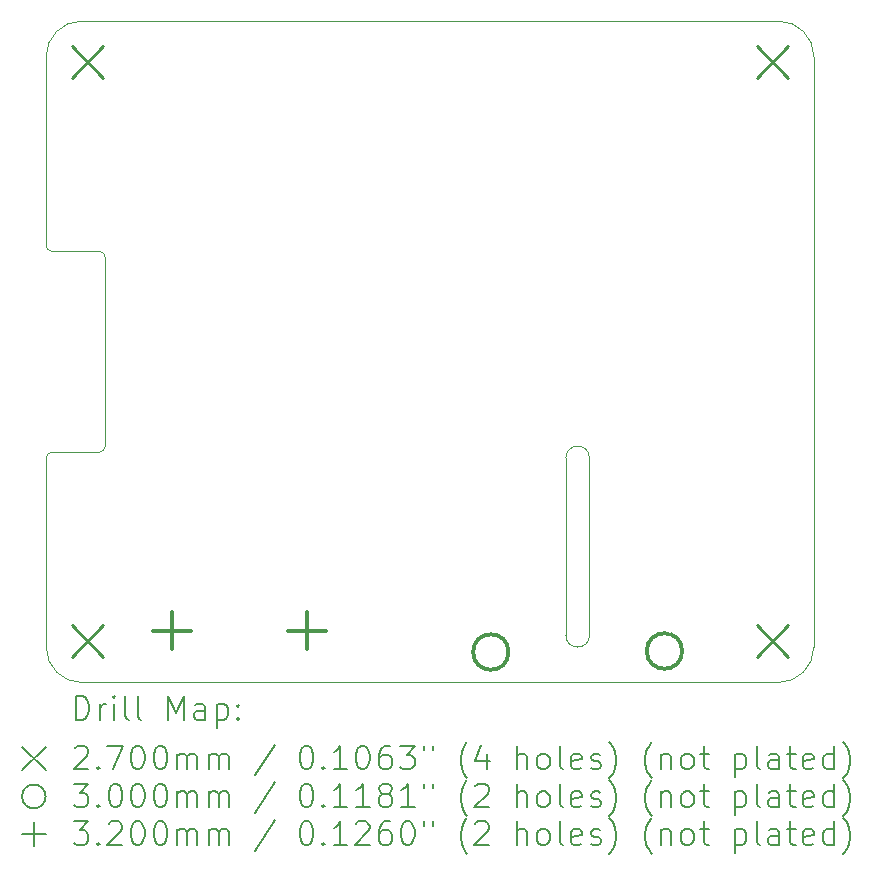
<source format=gbr>
%TF.GenerationSoftware,KiCad,Pcbnew,6.0.7*%
%TF.CreationDate,2022-09-24T12:04:23-05:00*%
%TF.ProjectId,pi-hat,70692d68-6174-42e6-9b69-6361645f7063,rev?*%
%TF.SameCoordinates,Original*%
%TF.FileFunction,Drillmap*%
%TF.FilePolarity,Positive*%
%FSLAX45Y45*%
G04 Gerber Fmt 4.5, Leading zero omitted, Abs format (unit mm)*
G04 Created by KiCad (PCBNEW 6.0.7) date 2022-09-24 12:04:23*
%MOMM*%
%LPD*%
G01*
G04 APERTURE LIST*
%ADD10C,0.100000*%
%ADD11C,0.200000*%
%ADD12C,0.270000*%
%ADD13C,0.300000*%
%ADD14C,0.320000*%
G04 APERTURE END LIST*
D10*
X10000000Y-6300000D02*
G75*
G03*
X10050000Y-6350000I50000J0D01*
G01*
X16500000Y-4700000D02*
G75*
G03*
X16200000Y-4400000I-300000J0D01*
G01*
X16500000Y-9700000D02*
X16500000Y-4700000D01*
X10000000Y-4700000D02*
X10000000Y-6300000D01*
X14600000Y-8100000D02*
X14600000Y-9600000D01*
X14400000Y-9600000D02*
X14400000Y-8100000D01*
X10000000Y-9700000D02*
G75*
G03*
X10300000Y-10000000I300000J0D01*
G01*
X10300000Y-10000000D02*
X16200000Y-10000000D01*
X10450000Y-8050000D02*
X10049913Y-8050000D01*
X14600000Y-8100000D02*
G75*
G03*
X14400000Y-8100000I-100000J0D01*
G01*
X10049913Y-8050000D02*
G75*
G03*
X10000000Y-8100000I87J-50000D01*
G01*
X16200000Y-10000000D02*
G75*
G03*
X16500000Y-9700000I0J300000D01*
G01*
X10500000Y-6400000D02*
X10500000Y-8000000D01*
X10300000Y-4400000D02*
G75*
G03*
X10000000Y-4700000I0J-300000D01*
G01*
X14400000Y-9600000D02*
G75*
G03*
X14600000Y-9600000I100000J0D01*
G01*
X10000000Y-8100000D02*
X10000000Y-9700000D01*
X10050000Y-6350000D02*
X10450000Y-6350000D01*
X10450000Y-8050000D02*
G75*
G03*
X10500000Y-8000000I0J50000D01*
G01*
X10500000Y-6400000D02*
G75*
G03*
X10450000Y-6350000I-50000J0D01*
G01*
X16200000Y-4400000D02*
X10300000Y-4400000D01*
D11*
D12*
X10215000Y-4615000D02*
X10485000Y-4885000D01*
X10485000Y-4615000D02*
X10215000Y-4885000D01*
X10215000Y-9515000D02*
X10485000Y-9785000D01*
X10485000Y-9515000D02*
X10215000Y-9785000D01*
X16015000Y-4615000D02*
X16285000Y-4885000D01*
X16285000Y-4615000D02*
X16015000Y-4885000D01*
X16015000Y-9515000D02*
X16285000Y-9785000D01*
X16285000Y-9515000D02*
X16015000Y-9785000D01*
D13*
X13915000Y-9742000D02*
G75*
G03*
X13915000Y-9742000I-150000J0D01*
G01*
X15385000Y-9733500D02*
G75*
G03*
X15385000Y-9733500I-150000J0D01*
G01*
D14*
X11064750Y-9400000D02*
X11064750Y-9720000D01*
X10904750Y-9560000D02*
X11224750Y-9560000D01*
X12207750Y-9400000D02*
X12207750Y-9720000D01*
X12047750Y-9560000D02*
X12367750Y-9560000D01*
D11*
X10252619Y-10315476D02*
X10252619Y-10115476D01*
X10300238Y-10115476D01*
X10328810Y-10125000D01*
X10347857Y-10144048D01*
X10357381Y-10163095D01*
X10366905Y-10201190D01*
X10366905Y-10229762D01*
X10357381Y-10267857D01*
X10347857Y-10286905D01*
X10328810Y-10305952D01*
X10300238Y-10315476D01*
X10252619Y-10315476D01*
X10452619Y-10315476D02*
X10452619Y-10182143D01*
X10452619Y-10220238D02*
X10462143Y-10201190D01*
X10471667Y-10191667D01*
X10490714Y-10182143D01*
X10509762Y-10182143D01*
X10576429Y-10315476D02*
X10576429Y-10182143D01*
X10576429Y-10115476D02*
X10566905Y-10125000D01*
X10576429Y-10134524D01*
X10585952Y-10125000D01*
X10576429Y-10115476D01*
X10576429Y-10134524D01*
X10700238Y-10315476D02*
X10681190Y-10305952D01*
X10671667Y-10286905D01*
X10671667Y-10115476D01*
X10805000Y-10315476D02*
X10785952Y-10305952D01*
X10776429Y-10286905D01*
X10776429Y-10115476D01*
X11033571Y-10315476D02*
X11033571Y-10115476D01*
X11100238Y-10258333D01*
X11166905Y-10115476D01*
X11166905Y-10315476D01*
X11347857Y-10315476D02*
X11347857Y-10210714D01*
X11338333Y-10191667D01*
X11319286Y-10182143D01*
X11281190Y-10182143D01*
X11262143Y-10191667D01*
X11347857Y-10305952D02*
X11328809Y-10315476D01*
X11281190Y-10315476D01*
X11262143Y-10305952D01*
X11252619Y-10286905D01*
X11252619Y-10267857D01*
X11262143Y-10248810D01*
X11281190Y-10239286D01*
X11328809Y-10239286D01*
X11347857Y-10229762D01*
X11443095Y-10182143D02*
X11443095Y-10382143D01*
X11443095Y-10191667D02*
X11462143Y-10182143D01*
X11500238Y-10182143D01*
X11519286Y-10191667D01*
X11528809Y-10201190D01*
X11538333Y-10220238D01*
X11538333Y-10277381D01*
X11528809Y-10296429D01*
X11519286Y-10305952D01*
X11500238Y-10315476D01*
X11462143Y-10315476D01*
X11443095Y-10305952D01*
X11624048Y-10296429D02*
X11633571Y-10305952D01*
X11624048Y-10315476D01*
X11614524Y-10305952D01*
X11624048Y-10296429D01*
X11624048Y-10315476D01*
X11624048Y-10191667D02*
X11633571Y-10201190D01*
X11624048Y-10210714D01*
X11614524Y-10201190D01*
X11624048Y-10191667D01*
X11624048Y-10210714D01*
X9795000Y-10545000D02*
X9995000Y-10745000D01*
X9995000Y-10545000D02*
X9795000Y-10745000D01*
X10243095Y-10554524D02*
X10252619Y-10545000D01*
X10271667Y-10535476D01*
X10319286Y-10535476D01*
X10338333Y-10545000D01*
X10347857Y-10554524D01*
X10357381Y-10573571D01*
X10357381Y-10592619D01*
X10347857Y-10621190D01*
X10233571Y-10735476D01*
X10357381Y-10735476D01*
X10443095Y-10716429D02*
X10452619Y-10725952D01*
X10443095Y-10735476D01*
X10433571Y-10725952D01*
X10443095Y-10716429D01*
X10443095Y-10735476D01*
X10519286Y-10535476D02*
X10652619Y-10535476D01*
X10566905Y-10735476D01*
X10766905Y-10535476D02*
X10785952Y-10535476D01*
X10805000Y-10545000D01*
X10814524Y-10554524D01*
X10824048Y-10573571D01*
X10833571Y-10611667D01*
X10833571Y-10659286D01*
X10824048Y-10697381D01*
X10814524Y-10716429D01*
X10805000Y-10725952D01*
X10785952Y-10735476D01*
X10766905Y-10735476D01*
X10747857Y-10725952D01*
X10738333Y-10716429D01*
X10728810Y-10697381D01*
X10719286Y-10659286D01*
X10719286Y-10611667D01*
X10728810Y-10573571D01*
X10738333Y-10554524D01*
X10747857Y-10545000D01*
X10766905Y-10535476D01*
X10957381Y-10535476D02*
X10976429Y-10535476D01*
X10995476Y-10545000D01*
X11005000Y-10554524D01*
X11014524Y-10573571D01*
X11024048Y-10611667D01*
X11024048Y-10659286D01*
X11014524Y-10697381D01*
X11005000Y-10716429D01*
X10995476Y-10725952D01*
X10976429Y-10735476D01*
X10957381Y-10735476D01*
X10938333Y-10725952D01*
X10928810Y-10716429D01*
X10919286Y-10697381D01*
X10909762Y-10659286D01*
X10909762Y-10611667D01*
X10919286Y-10573571D01*
X10928810Y-10554524D01*
X10938333Y-10545000D01*
X10957381Y-10535476D01*
X11109762Y-10735476D02*
X11109762Y-10602143D01*
X11109762Y-10621190D02*
X11119286Y-10611667D01*
X11138333Y-10602143D01*
X11166905Y-10602143D01*
X11185952Y-10611667D01*
X11195476Y-10630714D01*
X11195476Y-10735476D01*
X11195476Y-10630714D02*
X11205000Y-10611667D01*
X11224048Y-10602143D01*
X11252619Y-10602143D01*
X11271667Y-10611667D01*
X11281190Y-10630714D01*
X11281190Y-10735476D01*
X11376428Y-10735476D02*
X11376428Y-10602143D01*
X11376428Y-10621190D02*
X11385952Y-10611667D01*
X11405000Y-10602143D01*
X11433571Y-10602143D01*
X11452619Y-10611667D01*
X11462143Y-10630714D01*
X11462143Y-10735476D01*
X11462143Y-10630714D02*
X11471667Y-10611667D01*
X11490714Y-10602143D01*
X11519286Y-10602143D01*
X11538333Y-10611667D01*
X11547857Y-10630714D01*
X11547857Y-10735476D01*
X11938333Y-10525952D02*
X11766905Y-10783095D01*
X12195476Y-10535476D02*
X12214524Y-10535476D01*
X12233571Y-10545000D01*
X12243095Y-10554524D01*
X12252619Y-10573571D01*
X12262143Y-10611667D01*
X12262143Y-10659286D01*
X12252619Y-10697381D01*
X12243095Y-10716429D01*
X12233571Y-10725952D01*
X12214524Y-10735476D01*
X12195476Y-10735476D01*
X12176428Y-10725952D01*
X12166905Y-10716429D01*
X12157381Y-10697381D01*
X12147857Y-10659286D01*
X12147857Y-10611667D01*
X12157381Y-10573571D01*
X12166905Y-10554524D01*
X12176428Y-10545000D01*
X12195476Y-10535476D01*
X12347857Y-10716429D02*
X12357381Y-10725952D01*
X12347857Y-10735476D01*
X12338333Y-10725952D01*
X12347857Y-10716429D01*
X12347857Y-10735476D01*
X12547857Y-10735476D02*
X12433571Y-10735476D01*
X12490714Y-10735476D02*
X12490714Y-10535476D01*
X12471667Y-10564048D01*
X12452619Y-10583095D01*
X12433571Y-10592619D01*
X12671667Y-10535476D02*
X12690714Y-10535476D01*
X12709762Y-10545000D01*
X12719286Y-10554524D01*
X12728809Y-10573571D01*
X12738333Y-10611667D01*
X12738333Y-10659286D01*
X12728809Y-10697381D01*
X12719286Y-10716429D01*
X12709762Y-10725952D01*
X12690714Y-10735476D01*
X12671667Y-10735476D01*
X12652619Y-10725952D01*
X12643095Y-10716429D01*
X12633571Y-10697381D01*
X12624048Y-10659286D01*
X12624048Y-10611667D01*
X12633571Y-10573571D01*
X12643095Y-10554524D01*
X12652619Y-10545000D01*
X12671667Y-10535476D01*
X12909762Y-10535476D02*
X12871667Y-10535476D01*
X12852619Y-10545000D01*
X12843095Y-10554524D01*
X12824048Y-10583095D01*
X12814524Y-10621190D01*
X12814524Y-10697381D01*
X12824048Y-10716429D01*
X12833571Y-10725952D01*
X12852619Y-10735476D01*
X12890714Y-10735476D01*
X12909762Y-10725952D01*
X12919286Y-10716429D01*
X12928809Y-10697381D01*
X12928809Y-10649762D01*
X12919286Y-10630714D01*
X12909762Y-10621190D01*
X12890714Y-10611667D01*
X12852619Y-10611667D01*
X12833571Y-10621190D01*
X12824048Y-10630714D01*
X12814524Y-10649762D01*
X12995476Y-10535476D02*
X13119286Y-10535476D01*
X13052619Y-10611667D01*
X13081190Y-10611667D01*
X13100238Y-10621190D01*
X13109762Y-10630714D01*
X13119286Y-10649762D01*
X13119286Y-10697381D01*
X13109762Y-10716429D01*
X13100238Y-10725952D01*
X13081190Y-10735476D01*
X13024048Y-10735476D01*
X13005000Y-10725952D01*
X12995476Y-10716429D01*
X13195476Y-10535476D02*
X13195476Y-10573571D01*
X13271667Y-10535476D02*
X13271667Y-10573571D01*
X13566905Y-10811667D02*
X13557381Y-10802143D01*
X13538333Y-10773571D01*
X13528809Y-10754524D01*
X13519286Y-10725952D01*
X13509762Y-10678333D01*
X13509762Y-10640238D01*
X13519286Y-10592619D01*
X13528809Y-10564048D01*
X13538333Y-10545000D01*
X13557381Y-10516429D01*
X13566905Y-10506905D01*
X13728809Y-10602143D02*
X13728809Y-10735476D01*
X13681190Y-10525952D02*
X13633571Y-10668810D01*
X13757381Y-10668810D01*
X13985952Y-10735476D02*
X13985952Y-10535476D01*
X14071667Y-10735476D02*
X14071667Y-10630714D01*
X14062143Y-10611667D01*
X14043095Y-10602143D01*
X14014524Y-10602143D01*
X13995476Y-10611667D01*
X13985952Y-10621190D01*
X14195476Y-10735476D02*
X14176428Y-10725952D01*
X14166905Y-10716429D01*
X14157381Y-10697381D01*
X14157381Y-10640238D01*
X14166905Y-10621190D01*
X14176428Y-10611667D01*
X14195476Y-10602143D01*
X14224048Y-10602143D01*
X14243095Y-10611667D01*
X14252619Y-10621190D01*
X14262143Y-10640238D01*
X14262143Y-10697381D01*
X14252619Y-10716429D01*
X14243095Y-10725952D01*
X14224048Y-10735476D01*
X14195476Y-10735476D01*
X14376428Y-10735476D02*
X14357381Y-10725952D01*
X14347857Y-10706905D01*
X14347857Y-10535476D01*
X14528809Y-10725952D02*
X14509762Y-10735476D01*
X14471667Y-10735476D01*
X14452619Y-10725952D01*
X14443095Y-10706905D01*
X14443095Y-10630714D01*
X14452619Y-10611667D01*
X14471667Y-10602143D01*
X14509762Y-10602143D01*
X14528809Y-10611667D01*
X14538333Y-10630714D01*
X14538333Y-10649762D01*
X14443095Y-10668810D01*
X14614524Y-10725952D02*
X14633571Y-10735476D01*
X14671667Y-10735476D01*
X14690714Y-10725952D01*
X14700238Y-10706905D01*
X14700238Y-10697381D01*
X14690714Y-10678333D01*
X14671667Y-10668810D01*
X14643095Y-10668810D01*
X14624048Y-10659286D01*
X14614524Y-10640238D01*
X14614524Y-10630714D01*
X14624048Y-10611667D01*
X14643095Y-10602143D01*
X14671667Y-10602143D01*
X14690714Y-10611667D01*
X14766905Y-10811667D02*
X14776428Y-10802143D01*
X14795476Y-10773571D01*
X14805000Y-10754524D01*
X14814524Y-10725952D01*
X14824048Y-10678333D01*
X14824048Y-10640238D01*
X14814524Y-10592619D01*
X14805000Y-10564048D01*
X14795476Y-10545000D01*
X14776428Y-10516429D01*
X14766905Y-10506905D01*
X15128809Y-10811667D02*
X15119286Y-10802143D01*
X15100238Y-10773571D01*
X15090714Y-10754524D01*
X15081190Y-10725952D01*
X15071667Y-10678333D01*
X15071667Y-10640238D01*
X15081190Y-10592619D01*
X15090714Y-10564048D01*
X15100238Y-10545000D01*
X15119286Y-10516429D01*
X15128809Y-10506905D01*
X15205000Y-10602143D02*
X15205000Y-10735476D01*
X15205000Y-10621190D02*
X15214524Y-10611667D01*
X15233571Y-10602143D01*
X15262143Y-10602143D01*
X15281190Y-10611667D01*
X15290714Y-10630714D01*
X15290714Y-10735476D01*
X15414524Y-10735476D02*
X15395476Y-10725952D01*
X15385952Y-10716429D01*
X15376428Y-10697381D01*
X15376428Y-10640238D01*
X15385952Y-10621190D01*
X15395476Y-10611667D01*
X15414524Y-10602143D01*
X15443095Y-10602143D01*
X15462143Y-10611667D01*
X15471667Y-10621190D01*
X15481190Y-10640238D01*
X15481190Y-10697381D01*
X15471667Y-10716429D01*
X15462143Y-10725952D01*
X15443095Y-10735476D01*
X15414524Y-10735476D01*
X15538333Y-10602143D02*
X15614524Y-10602143D01*
X15566905Y-10535476D02*
X15566905Y-10706905D01*
X15576428Y-10725952D01*
X15595476Y-10735476D01*
X15614524Y-10735476D01*
X15833571Y-10602143D02*
X15833571Y-10802143D01*
X15833571Y-10611667D02*
X15852619Y-10602143D01*
X15890714Y-10602143D01*
X15909762Y-10611667D01*
X15919286Y-10621190D01*
X15928809Y-10640238D01*
X15928809Y-10697381D01*
X15919286Y-10716429D01*
X15909762Y-10725952D01*
X15890714Y-10735476D01*
X15852619Y-10735476D01*
X15833571Y-10725952D01*
X16043095Y-10735476D02*
X16024048Y-10725952D01*
X16014524Y-10706905D01*
X16014524Y-10535476D01*
X16205000Y-10735476D02*
X16205000Y-10630714D01*
X16195476Y-10611667D01*
X16176428Y-10602143D01*
X16138333Y-10602143D01*
X16119286Y-10611667D01*
X16205000Y-10725952D02*
X16185952Y-10735476D01*
X16138333Y-10735476D01*
X16119286Y-10725952D01*
X16109762Y-10706905D01*
X16109762Y-10687857D01*
X16119286Y-10668810D01*
X16138333Y-10659286D01*
X16185952Y-10659286D01*
X16205000Y-10649762D01*
X16271667Y-10602143D02*
X16347857Y-10602143D01*
X16300238Y-10535476D02*
X16300238Y-10706905D01*
X16309762Y-10725952D01*
X16328809Y-10735476D01*
X16347857Y-10735476D01*
X16490714Y-10725952D02*
X16471667Y-10735476D01*
X16433571Y-10735476D01*
X16414524Y-10725952D01*
X16405000Y-10706905D01*
X16405000Y-10630714D01*
X16414524Y-10611667D01*
X16433571Y-10602143D01*
X16471667Y-10602143D01*
X16490714Y-10611667D01*
X16500238Y-10630714D01*
X16500238Y-10649762D01*
X16405000Y-10668810D01*
X16671667Y-10735476D02*
X16671667Y-10535476D01*
X16671667Y-10725952D02*
X16652619Y-10735476D01*
X16614524Y-10735476D01*
X16595476Y-10725952D01*
X16585952Y-10716429D01*
X16576428Y-10697381D01*
X16576428Y-10640238D01*
X16585952Y-10621190D01*
X16595476Y-10611667D01*
X16614524Y-10602143D01*
X16652619Y-10602143D01*
X16671667Y-10611667D01*
X16747857Y-10811667D02*
X16757381Y-10802143D01*
X16776428Y-10773571D01*
X16785952Y-10754524D01*
X16795476Y-10725952D01*
X16805000Y-10678333D01*
X16805000Y-10640238D01*
X16795476Y-10592619D01*
X16785952Y-10564048D01*
X16776428Y-10545000D01*
X16757381Y-10516429D01*
X16747857Y-10506905D01*
X9995000Y-10965000D02*
G75*
G03*
X9995000Y-10965000I-100000J0D01*
G01*
X10233571Y-10855476D02*
X10357381Y-10855476D01*
X10290714Y-10931667D01*
X10319286Y-10931667D01*
X10338333Y-10941190D01*
X10347857Y-10950714D01*
X10357381Y-10969762D01*
X10357381Y-11017381D01*
X10347857Y-11036429D01*
X10338333Y-11045952D01*
X10319286Y-11055476D01*
X10262143Y-11055476D01*
X10243095Y-11045952D01*
X10233571Y-11036429D01*
X10443095Y-11036429D02*
X10452619Y-11045952D01*
X10443095Y-11055476D01*
X10433571Y-11045952D01*
X10443095Y-11036429D01*
X10443095Y-11055476D01*
X10576429Y-10855476D02*
X10595476Y-10855476D01*
X10614524Y-10865000D01*
X10624048Y-10874524D01*
X10633571Y-10893571D01*
X10643095Y-10931667D01*
X10643095Y-10979286D01*
X10633571Y-11017381D01*
X10624048Y-11036429D01*
X10614524Y-11045952D01*
X10595476Y-11055476D01*
X10576429Y-11055476D01*
X10557381Y-11045952D01*
X10547857Y-11036429D01*
X10538333Y-11017381D01*
X10528810Y-10979286D01*
X10528810Y-10931667D01*
X10538333Y-10893571D01*
X10547857Y-10874524D01*
X10557381Y-10865000D01*
X10576429Y-10855476D01*
X10766905Y-10855476D02*
X10785952Y-10855476D01*
X10805000Y-10865000D01*
X10814524Y-10874524D01*
X10824048Y-10893571D01*
X10833571Y-10931667D01*
X10833571Y-10979286D01*
X10824048Y-11017381D01*
X10814524Y-11036429D01*
X10805000Y-11045952D01*
X10785952Y-11055476D01*
X10766905Y-11055476D01*
X10747857Y-11045952D01*
X10738333Y-11036429D01*
X10728810Y-11017381D01*
X10719286Y-10979286D01*
X10719286Y-10931667D01*
X10728810Y-10893571D01*
X10738333Y-10874524D01*
X10747857Y-10865000D01*
X10766905Y-10855476D01*
X10957381Y-10855476D02*
X10976429Y-10855476D01*
X10995476Y-10865000D01*
X11005000Y-10874524D01*
X11014524Y-10893571D01*
X11024048Y-10931667D01*
X11024048Y-10979286D01*
X11014524Y-11017381D01*
X11005000Y-11036429D01*
X10995476Y-11045952D01*
X10976429Y-11055476D01*
X10957381Y-11055476D01*
X10938333Y-11045952D01*
X10928810Y-11036429D01*
X10919286Y-11017381D01*
X10909762Y-10979286D01*
X10909762Y-10931667D01*
X10919286Y-10893571D01*
X10928810Y-10874524D01*
X10938333Y-10865000D01*
X10957381Y-10855476D01*
X11109762Y-11055476D02*
X11109762Y-10922143D01*
X11109762Y-10941190D02*
X11119286Y-10931667D01*
X11138333Y-10922143D01*
X11166905Y-10922143D01*
X11185952Y-10931667D01*
X11195476Y-10950714D01*
X11195476Y-11055476D01*
X11195476Y-10950714D02*
X11205000Y-10931667D01*
X11224048Y-10922143D01*
X11252619Y-10922143D01*
X11271667Y-10931667D01*
X11281190Y-10950714D01*
X11281190Y-11055476D01*
X11376428Y-11055476D02*
X11376428Y-10922143D01*
X11376428Y-10941190D02*
X11385952Y-10931667D01*
X11405000Y-10922143D01*
X11433571Y-10922143D01*
X11452619Y-10931667D01*
X11462143Y-10950714D01*
X11462143Y-11055476D01*
X11462143Y-10950714D02*
X11471667Y-10931667D01*
X11490714Y-10922143D01*
X11519286Y-10922143D01*
X11538333Y-10931667D01*
X11547857Y-10950714D01*
X11547857Y-11055476D01*
X11938333Y-10845952D02*
X11766905Y-11103095D01*
X12195476Y-10855476D02*
X12214524Y-10855476D01*
X12233571Y-10865000D01*
X12243095Y-10874524D01*
X12252619Y-10893571D01*
X12262143Y-10931667D01*
X12262143Y-10979286D01*
X12252619Y-11017381D01*
X12243095Y-11036429D01*
X12233571Y-11045952D01*
X12214524Y-11055476D01*
X12195476Y-11055476D01*
X12176428Y-11045952D01*
X12166905Y-11036429D01*
X12157381Y-11017381D01*
X12147857Y-10979286D01*
X12147857Y-10931667D01*
X12157381Y-10893571D01*
X12166905Y-10874524D01*
X12176428Y-10865000D01*
X12195476Y-10855476D01*
X12347857Y-11036429D02*
X12357381Y-11045952D01*
X12347857Y-11055476D01*
X12338333Y-11045952D01*
X12347857Y-11036429D01*
X12347857Y-11055476D01*
X12547857Y-11055476D02*
X12433571Y-11055476D01*
X12490714Y-11055476D02*
X12490714Y-10855476D01*
X12471667Y-10884048D01*
X12452619Y-10903095D01*
X12433571Y-10912619D01*
X12738333Y-11055476D02*
X12624048Y-11055476D01*
X12681190Y-11055476D02*
X12681190Y-10855476D01*
X12662143Y-10884048D01*
X12643095Y-10903095D01*
X12624048Y-10912619D01*
X12852619Y-10941190D02*
X12833571Y-10931667D01*
X12824048Y-10922143D01*
X12814524Y-10903095D01*
X12814524Y-10893571D01*
X12824048Y-10874524D01*
X12833571Y-10865000D01*
X12852619Y-10855476D01*
X12890714Y-10855476D01*
X12909762Y-10865000D01*
X12919286Y-10874524D01*
X12928809Y-10893571D01*
X12928809Y-10903095D01*
X12919286Y-10922143D01*
X12909762Y-10931667D01*
X12890714Y-10941190D01*
X12852619Y-10941190D01*
X12833571Y-10950714D01*
X12824048Y-10960238D01*
X12814524Y-10979286D01*
X12814524Y-11017381D01*
X12824048Y-11036429D01*
X12833571Y-11045952D01*
X12852619Y-11055476D01*
X12890714Y-11055476D01*
X12909762Y-11045952D01*
X12919286Y-11036429D01*
X12928809Y-11017381D01*
X12928809Y-10979286D01*
X12919286Y-10960238D01*
X12909762Y-10950714D01*
X12890714Y-10941190D01*
X13119286Y-11055476D02*
X13005000Y-11055476D01*
X13062143Y-11055476D02*
X13062143Y-10855476D01*
X13043095Y-10884048D01*
X13024048Y-10903095D01*
X13005000Y-10912619D01*
X13195476Y-10855476D02*
X13195476Y-10893571D01*
X13271667Y-10855476D02*
X13271667Y-10893571D01*
X13566905Y-11131667D02*
X13557381Y-11122143D01*
X13538333Y-11093571D01*
X13528809Y-11074524D01*
X13519286Y-11045952D01*
X13509762Y-10998333D01*
X13509762Y-10960238D01*
X13519286Y-10912619D01*
X13528809Y-10884048D01*
X13538333Y-10865000D01*
X13557381Y-10836429D01*
X13566905Y-10826905D01*
X13633571Y-10874524D02*
X13643095Y-10865000D01*
X13662143Y-10855476D01*
X13709762Y-10855476D01*
X13728809Y-10865000D01*
X13738333Y-10874524D01*
X13747857Y-10893571D01*
X13747857Y-10912619D01*
X13738333Y-10941190D01*
X13624048Y-11055476D01*
X13747857Y-11055476D01*
X13985952Y-11055476D02*
X13985952Y-10855476D01*
X14071667Y-11055476D02*
X14071667Y-10950714D01*
X14062143Y-10931667D01*
X14043095Y-10922143D01*
X14014524Y-10922143D01*
X13995476Y-10931667D01*
X13985952Y-10941190D01*
X14195476Y-11055476D02*
X14176428Y-11045952D01*
X14166905Y-11036429D01*
X14157381Y-11017381D01*
X14157381Y-10960238D01*
X14166905Y-10941190D01*
X14176428Y-10931667D01*
X14195476Y-10922143D01*
X14224048Y-10922143D01*
X14243095Y-10931667D01*
X14252619Y-10941190D01*
X14262143Y-10960238D01*
X14262143Y-11017381D01*
X14252619Y-11036429D01*
X14243095Y-11045952D01*
X14224048Y-11055476D01*
X14195476Y-11055476D01*
X14376428Y-11055476D02*
X14357381Y-11045952D01*
X14347857Y-11026905D01*
X14347857Y-10855476D01*
X14528809Y-11045952D02*
X14509762Y-11055476D01*
X14471667Y-11055476D01*
X14452619Y-11045952D01*
X14443095Y-11026905D01*
X14443095Y-10950714D01*
X14452619Y-10931667D01*
X14471667Y-10922143D01*
X14509762Y-10922143D01*
X14528809Y-10931667D01*
X14538333Y-10950714D01*
X14538333Y-10969762D01*
X14443095Y-10988810D01*
X14614524Y-11045952D02*
X14633571Y-11055476D01*
X14671667Y-11055476D01*
X14690714Y-11045952D01*
X14700238Y-11026905D01*
X14700238Y-11017381D01*
X14690714Y-10998333D01*
X14671667Y-10988810D01*
X14643095Y-10988810D01*
X14624048Y-10979286D01*
X14614524Y-10960238D01*
X14614524Y-10950714D01*
X14624048Y-10931667D01*
X14643095Y-10922143D01*
X14671667Y-10922143D01*
X14690714Y-10931667D01*
X14766905Y-11131667D02*
X14776428Y-11122143D01*
X14795476Y-11093571D01*
X14805000Y-11074524D01*
X14814524Y-11045952D01*
X14824048Y-10998333D01*
X14824048Y-10960238D01*
X14814524Y-10912619D01*
X14805000Y-10884048D01*
X14795476Y-10865000D01*
X14776428Y-10836429D01*
X14766905Y-10826905D01*
X15128809Y-11131667D02*
X15119286Y-11122143D01*
X15100238Y-11093571D01*
X15090714Y-11074524D01*
X15081190Y-11045952D01*
X15071667Y-10998333D01*
X15071667Y-10960238D01*
X15081190Y-10912619D01*
X15090714Y-10884048D01*
X15100238Y-10865000D01*
X15119286Y-10836429D01*
X15128809Y-10826905D01*
X15205000Y-10922143D02*
X15205000Y-11055476D01*
X15205000Y-10941190D02*
X15214524Y-10931667D01*
X15233571Y-10922143D01*
X15262143Y-10922143D01*
X15281190Y-10931667D01*
X15290714Y-10950714D01*
X15290714Y-11055476D01*
X15414524Y-11055476D02*
X15395476Y-11045952D01*
X15385952Y-11036429D01*
X15376428Y-11017381D01*
X15376428Y-10960238D01*
X15385952Y-10941190D01*
X15395476Y-10931667D01*
X15414524Y-10922143D01*
X15443095Y-10922143D01*
X15462143Y-10931667D01*
X15471667Y-10941190D01*
X15481190Y-10960238D01*
X15481190Y-11017381D01*
X15471667Y-11036429D01*
X15462143Y-11045952D01*
X15443095Y-11055476D01*
X15414524Y-11055476D01*
X15538333Y-10922143D02*
X15614524Y-10922143D01*
X15566905Y-10855476D02*
X15566905Y-11026905D01*
X15576428Y-11045952D01*
X15595476Y-11055476D01*
X15614524Y-11055476D01*
X15833571Y-10922143D02*
X15833571Y-11122143D01*
X15833571Y-10931667D02*
X15852619Y-10922143D01*
X15890714Y-10922143D01*
X15909762Y-10931667D01*
X15919286Y-10941190D01*
X15928809Y-10960238D01*
X15928809Y-11017381D01*
X15919286Y-11036429D01*
X15909762Y-11045952D01*
X15890714Y-11055476D01*
X15852619Y-11055476D01*
X15833571Y-11045952D01*
X16043095Y-11055476D02*
X16024048Y-11045952D01*
X16014524Y-11026905D01*
X16014524Y-10855476D01*
X16205000Y-11055476D02*
X16205000Y-10950714D01*
X16195476Y-10931667D01*
X16176428Y-10922143D01*
X16138333Y-10922143D01*
X16119286Y-10931667D01*
X16205000Y-11045952D02*
X16185952Y-11055476D01*
X16138333Y-11055476D01*
X16119286Y-11045952D01*
X16109762Y-11026905D01*
X16109762Y-11007857D01*
X16119286Y-10988810D01*
X16138333Y-10979286D01*
X16185952Y-10979286D01*
X16205000Y-10969762D01*
X16271667Y-10922143D02*
X16347857Y-10922143D01*
X16300238Y-10855476D02*
X16300238Y-11026905D01*
X16309762Y-11045952D01*
X16328809Y-11055476D01*
X16347857Y-11055476D01*
X16490714Y-11045952D02*
X16471667Y-11055476D01*
X16433571Y-11055476D01*
X16414524Y-11045952D01*
X16405000Y-11026905D01*
X16405000Y-10950714D01*
X16414524Y-10931667D01*
X16433571Y-10922143D01*
X16471667Y-10922143D01*
X16490714Y-10931667D01*
X16500238Y-10950714D01*
X16500238Y-10969762D01*
X16405000Y-10988810D01*
X16671667Y-11055476D02*
X16671667Y-10855476D01*
X16671667Y-11045952D02*
X16652619Y-11055476D01*
X16614524Y-11055476D01*
X16595476Y-11045952D01*
X16585952Y-11036429D01*
X16576428Y-11017381D01*
X16576428Y-10960238D01*
X16585952Y-10941190D01*
X16595476Y-10931667D01*
X16614524Y-10922143D01*
X16652619Y-10922143D01*
X16671667Y-10931667D01*
X16747857Y-11131667D02*
X16757381Y-11122143D01*
X16776428Y-11093571D01*
X16785952Y-11074524D01*
X16795476Y-11045952D01*
X16805000Y-10998333D01*
X16805000Y-10960238D01*
X16795476Y-10912619D01*
X16785952Y-10884048D01*
X16776428Y-10865000D01*
X16757381Y-10836429D01*
X16747857Y-10826905D01*
X9895000Y-11185000D02*
X9895000Y-11385000D01*
X9795000Y-11285000D02*
X9995000Y-11285000D01*
X10233571Y-11175476D02*
X10357381Y-11175476D01*
X10290714Y-11251667D01*
X10319286Y-11251667D01*
X10338333Y-11261190D01*
X10347857Y-11270714D01*
X10357381Y-11289762D01*
X10357381Y-11337381D01*
X10347857Y-11356428D01*
X10338333Y-11365952D01*
X10319286Y-11375476D01*
X10262143Y-11375476D01*
X10243095Y-11365952D01*
X10233571Y-11356428D01*
X10443095Y-11356428D02*
X10452619Y-11365952D01*
X10443095Y-11375476D01*
X10433571Y-11365952D01*
X10443095Y-11356428D01*
X10443095Y-11375476D01*
X10528810Y-11194524D02*
X10538333Y-11185000D01*
X10557381Y-11175476D01*
X10605000Y-11175476D01*
X10624048Y-11185000D01*
X10633571Y-11194524D01*
X10643095Y-11213571D01*
X10643095Y-11232619D01*
X10633571Y-11261190D01*
X10519286Y-11375476D01*
X10643095Y-11375476D01*
X10766905Y-11175476D02*
X10785952Y-11175476D01*
X10805000Y-11185000D01*
X10814524Y-11194524D01*
X10824048Y-11213571D01*
X10833571Y-11251667D01*
X10833571Y-11299286D01*
X10824048Y-11337381D01*
X10814524Y-11356428D01*
X10805000Y-11365952D01*
X10785952Y-11375476D01*
X10766905Y-11375476D01*
X10747857Y-11365952D01*
X10738333Y-11356428D01*
X10728810Y-11337381D01*
X10719286Y-11299286D01*
X10719286Y-11251667D01*
X10728810Y-11213571D01*
X10738333Y-11194524D01*
X10747857Y-11185000D01*
X10766905Y-11175476D01*
X10957381Y-11175476D02*
X10976429Y-11175476D01*
X10995476Y-11185000D01*
X11005000Y-11194524D01*
X11014524Y-11213571D01*
X11024048Y-11251667D01*
X11024048Y-11299286D01*
X11014524Y-11337381D01*
X11005000Y-11356428D01*
X10995476Y-11365952D01*
X10976429Y-11375476D01*
X10957381Y-11375476D01*
X10938333Y-11365952D01*
X10928810Y-11356428D01*
X10919286Y-11337381D01*
X10909762Y-11299286D01*
X10909762Y-11251667D01*
X10919286Y-11213571D01*
X10928810Y-11194524D01*
X10938333Y-11185000D01*
X10957381Y-11175476D01*
X11109762Y-11375476D02*
X11109762Y-11242143D01*
X11109762Y-11261190D02*
X11119286Y-11251667D01*
X11138333Y-11242143D01*
X11166905Y-11242143D01*
X11185952Y-11251667D01*
X11195476Y-11270714D01*
X11195476Y-11375476D01*
X11195476Y-11270714D02*
X11205000Y-11251667D01*
X11224048Y-11242143D01*
X11252619Y-11242143D01*
X11271667Y-11251667D01*
X11281190Y-11270714D01*
X11281190Y-11375476D01*
X11376428Y-11375476D02*
X11376428Y-11242143D01*
X11376428Y-11261190D02*
X11385952Y-11251667D01*
X11405000Y-11242143D01*
X11433571Y-11242143D01*
X11452619Y-11251667D01*
X11462143Y-11270714D01*
X11462143Y-11375476D01*
X11462143Y-11270714D02*
X11471667Y-11251667D01*
X11490714Y-11242143D01*
X11519286Y-11242143D01*
X11538333Y-11251667D01*
X11547857Y-11270714D01*
X11547857Y-11375476D01*
X11938333Y-11165952D02*
X11766905Y-11423095D01*
X12195476Y-11175476D02*
X12214524Y-11175476D01*
X12233571Y-11185000D01*
X12243095Y-11194524D01*
X12252619Y-11213571D01*
X12262143Y-11251667D01*
X12262143Y-11299286D01*
X12252619Y-11337381D01*
X12243095Y-11356428D01*
X12233571Y-11365952D01*
X12214524Y-11375476D01*
X12195476Y-11375476D01*
X12176428Y-11365952D01*
X12166905Y-11356428D01*
X12157381Y-11337381D01*
X12147857Y-11299286D01*
X12147857Y-11251667D01*
X12157381Y-11213571D01*
X12166905Y-11194524D01*
X12176428Y-11185000D01*
X12195476Y-11175476D01*
X12347857Y-11356428D02*
X12357381Y-11365952D01*
X12347857Y-11375476D01*
X12338333Y-11365952D01*
X12347857Y-11356428D01*
X12347857Y-11375476D01*
X12547857Y-11375476D02*
X12433571Y-11375476D01*
X12490714Y-11375476D02*
X12490714Y-11175476D01*
X12471667Y-11204048D01*
X12452619Y-11223095D01*
X12433571Y-11232619D01*
X12624048Y-11194524D02*
X12633571Y-11185000D01*
X12652619Y-11175476D01*
X12700238Y-11175476D01*
X12719286Y-11185000D01*
X12728809Y-11194524D01*
X12738333Y-11213571D01*
X12738333Y-11232619D01*
X12728809Y-11261190D01*
X12614524Y-11375476D01*
X12738333Y-11375476D01*
X12909762Y-11175476D02*
X12871667Y-11175476D01*
X12852619Y-11185000D01*
X12843095Y-11194524D01*
X12824048Y-11223095D01*
X12814524Y-11261190D01*
X12814524Y-11337381D01*
X12824048Y-11356428D01*
X12833571Y-11365952D01*
X12852619Y-11375476D01*
X12890714Y-11375476D01*
X12909762Y-11365952D01*
X12919286Y-11356428D01*
X12928809Y-11337381D01*
X12928809Y-11289762D01*
X12919286Y-11270714D01*
X12909762Y-11261190D01*
X12890714Y-11251667D01*
X12852619Y-11251667D01*
X12833571Y-11261190D01*
X12824048Y-11270714D01*
X12814524Y-11289762D01*
X13052619Y-11175476D02*
X13071667Y-11175476D01*
X13090714Y-11185000D01*
X13100238Y-11194524D01*
X13109762Y-11213571D01*
X13119286Y-11251667D01*
X13119286Y-11299286D01*
X13109762Y-11337381D01*
X13100238Y-11356428D01*
X13090714Y-11365952D01*
X13071667Y-11375476D01*
X13052619Y-11375476D01*
X13033571Y-11365952D01*
X13024048Y-11356428D01*
X13014524Y-11337381D01*
X13005000Y-11299286D01*
X13005000Y-11251667D01*
X13014524Y-11213571D01*
X13024048Y-11194524D01*
X13033571Y-11185000D01*
X13052619Y-11175476D01*
X13195476Y-11175476D02*
X13195476Y-11213571D01*
X13271667Y-11175476D02*
X13271667Y-11213571D01*
X13566905Y-11451667D02*
X13557381Y-11442143D01*
X13538333Y-11413571D01*
X13528809Y-11394524D01*
X13519286Y-11365952D01*
X13509762Y-11318333D01*
X13509762Y-11280238D01*
X13519286Y-11232619D01*
X13528809Y-11204048D01*
X13538333Y-11185000D01*
X13557381Y-11156429D01*
X13566905Y-11146905D01*
X13633571Y-11194524D02*
X13643095Y-11185000D01*
X13662143Y-11175476D01*
X13709762Y-11175476D01*
X13728809Y-11185000D01*
X13738333Y-11194524D01*
X13747857Y-11213571D01*
X13747857Y-11232619D01*
X13738333Y-11261190D01*
X13624048Y-11375476D01*
X13747857Y-11375476D01*
X13985952Y-11375476D02*
X13985952Y-11175476D01*
X14071667Y-11375476D02*
X14071667Y-11270714D01*
X14062143Y-11251667D01*
X14043095Y-11242143D01*
X14014524Y-11242143D01*
X13995476Y-11251667D01*
X13985952Y-11261190D01*
X14195476Y-11375476D02*
X14176428Y-11365952D01*
X14166905Y-11356428D01*
X14157381Y-11337381D01*
X14157381Y-11280238D01*
X14166905Y-11261190D01*
X14176428Y-11251667D01*
X14195476Y-11242143D01*
X14224048Y-11242143D01*
X14243095Y-11251667D01*
X14252619Y-11261190D01*
X14262143Y-11280238D01*
X14262143Y-11337381D01*
X14252619Y-11356428D01*
X14243095Y-11365952D01*
X14224048Y-11375476D01*
X14195476Y-11375476D01*
X14376428Y-11375476D02*
X14357381Y-11365952D01*
X14347857Y-11346905D01*
X14347857Y-11175476D01*
X14528809Y-11365952D02*
X14509762Y-11375476D01*
X14471667Y-11375476D01*
X14452619Y-11365952D01*
X14443095Y-11346905D01*
X14443095Y-11270714D01*
X14452619Y-11251667D01*
X14471667Y-11242143D01*
X14509762Y-11242143D01*
X14528809Y-11251667D01*
X14538333Y-11270714D01*
X14538333Y-11289762D01*
X14443095Y-11308809D01*
X14614524Y-11365952D02*
X14633571Y-11375476D01*
X14671667Y-11375476D01*
X14690714Y-11365952D01*
X14700238Y-11346905D01*
X14700238Y-11337381D01*
X14690714Y-11318333D01*
X14671667Y-11308809D01*
X14643095Y-11308809D01*
X14624048Y-11299286D01*
X14614524Y-11280238D01*
X14614524Y-11270714D01*
X14624048Y-11251667D01*
X14643095Y-11242143D01*
X14671667Y-11242143D01*
X14690714Y-11251667D01*
X14766905Y-11451667D02*
X14776428Y-11442143D01*
X14795476Y-11413571D01*
X14805000Y-11394524D01*
X14814524Y-11365952D01*
X14824048Y-11318333D01*
X14824048Y-11280238D01*
X14814524Y-11232619D01*
X14805000Y-11204048D01*
X14795476Y-11185000D01*
X14776428Y-11156429D01*
X14766905Y-11146905D01*
X15128809Y-11451667D02*
X15119286Y-11442143D01*
X15100238Y-11413571D01*
X15090714Y-11394524D01*
X15081190Y-11365952D01*
X15071667Y-11318333D01*
X15071667Y-11280238D01*
X15081190Y-11232619D01*
X15090714Y-11204048D01*
X15100238Y-11185000D01*
X15119286Y-11156429D01*
X15128809Y-11146905D01*
X15205000Y-11242143D02*
X15205000Y-11375476D01*
X15205000Y-11261190D02*
X15214524Y-11251667D01*
X15233571Y-11242143D01*
X15262143Y-11242143D01*
X15281190Y-11251667D01*
X15290714Y-11270714D01*
X15290714Y-11375476D01*
X15414524Y-11375476D02*
X15395476Y-11365952D01*
X15385952Y-11356428D01*
X15376428Y-11337381D01*
X15376428Y-11280238D01*
X15385952Y-11261190D01*
X15395476Y-11251667D01*
X15414524Y-11242143D01*
X15443095Y-11242143D01*
X15462143Y-11251667D01*
X15471667Y-11261190D01*
X15481190Y-11280238D01*
X15481190Y-11337381D01*
X15471667Y-11356428D01*
X15462143Y-11365952D01*
X15443095Y-11375476D01*
X15414524Y-11375476D01*
X15538333Y-11242143D02*
X15614524Y-11242143D01*
X15566905Y-11175476D02*
X15566905Y-11346905D01*
X15576428Y-11365952D01*
X15595476Y-11375476D01*
X15614524Y-11375476D01*
X15833571Y-11242143D02*
X15833571Y-11442143D01*
X15833571Y-11251667D02*
X15852619Y-11242143D01*
X15890714Y-11242143D01*
X15909762Y-11251667D01*
X15919286Y-11261190D01*
X15928809Y-11280238D01*
X15928809Y-11337381D01*
X15919286Y-11356428D01*
X15909762Y-11365952D01*
X15890714Y-11375476D01*
X15852619Y-11375476D01*
X15833571Y-11365952D01*
X16043095Y-11375476D02*
X16024048Y-11365952D01*
X16014524Y-11346905D01*
X16014524Y-11175476D01*
X16205000Y-11375476D02*
X16205000Y-11270714D01*
X16195476Y-11251667D01*
X16176428Y-11242143D01*
X16138333Y-11242143D01*
X16119286Y-11251667D01*
X16205000Y-11365952D02*
X16185952Y-11375476D01*
X16138333Y-11375476D01*
X16119286Y-11365952D01*
X16109762Y-11346905D01*
X16109762Y-11327857D01*
X16119286Y-11308809D01*
X16138333Y-11299286D01*
X16185952Y-11299286D01*
X16205000Y-11289762D01*
X16271667Y-11242143D02*
X16347857Y-11242143D01*
X16300238Y-11175476D02*
X16300238Y-11346905D01*
X16309762Y-11365952D01*
X16328809Y-11375476D01*
X16347857Y-11375476D01*
X16490714Y-11365952D02*
X16471667Y-11375476D01*
X16433571Y-11375476D01*
X16414524Y-11365952D01*
X16405000Y-11346905D01*
X16405000Y-11270714D01*
X16414524Y-11251667D01*
X16433571Y-11242143D01*
X16471667Y-11242143D01*
X16490714Y-11251667D01*
X16500238Y-11270714D01*
X16500238Y-11289762D01*
X16405000Y-11308809D01*
X16671667Y-11375476D02*
X16671667Y-11175476D01*
X16671667Y-11365952D02*
X16652619Y-11375476D01*
X16614524Y-11375476D01*
X16595476Y-11365952D01*
X16585952Y-11356428D01*
X16576428Y-11337381D01*
X16576428Y-11280238D01*
X16585952Y-11261190D01*
X16595476Y-11251667D01*
X16614524Y-11242143D01*
X16652619Y-11242143D01*
X16671667Y-11251667D01*
X16747857Y-11451667D02*
X16757381Y-11442143D01*
X16776428Y-11413571D01*
X16785952Y-11394524D01*
X16795476Y-11365952D01*
X16805000Y-11318333D01*
X16805000Y-11280238D01*
X16795476Y-11232619D01*
X16785952Y-11204048D01*
X16776428Y-11185000D01*
X16757381Y-11156429D01*
X16747857Y-11146905D01*
M02*

</source>
